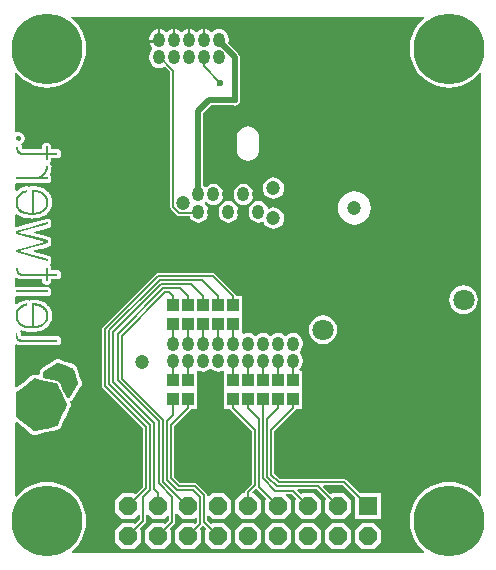
<source format=gbl>
%FSLAX25Y25*%
%MOIN*%
G70*
G01*
G75*
G04 Layer_Physical_Order=4*
G04 Layer_Color=16711680*
%ADD10R,0.03150X0.03150*%
%ADD11R,0.03937X0.03937*%
%ADD12R,0.03740X0.03937*%
%ADD13O,0.01575X0.05906*%
%ADD14R,0.07087X0.07480*%
%ADD15R,0.06299X0.07480*%
%ADD16R,0.07284X0.05315*%
%ADD17R,0.05315X0.07284*%
%ADD18R,0.03937X0.03740*%
%ADD19R,0.08661X0.12992*%
%ADD20R,0.08661X0.03740*%
%ADD21C,0.01969*%
%ADD22C,0.00787*%
%ADD23C,0.01181*%
%ADD24C,0.03937*%
%ADD25O,0.04724X0.07480*%
%ADD26O,0.04134X0.04921*%
%ADD27C,0.07087*%
%ADD28O,0.03937X0.04724*%
%ADD29P,0.06494X8X202.5*%
%ADD30R,0.06000X0.06000*%
%ADD31C,0.23622*%
%ADD32C,0.04724*%
%ADD33C,0.02362*%
%ADD34R,0.03937X0.03937*%
G36*
X-66773Y-2516D02*
X-77211D01*
Y-1814D01*
X-66773D01*
Y-2516D01*
D02*
G37*
G36*
X-66770Y3684D02*
X-66770Y3684D01*
X-66769Y3684D01*
X-63521D01*
Y2985D01*
X-66769D01*
X-66770Y2985D01*
X-66770Y2985D01*
Y1230D01*
X-67442D01*
Y2982D01*
X-67442Y2982D01*
X-67442Y2982D01*
X-75151D01*
X-75523Y3011D01*
D01*
X-75853Y3078D01*
X-76128Y3175D01*
D01*
X-76368Y3300D01*
X-76573Y3447D01*
D01*
X-76746Y3610D01*
Y3610D01*
X-76887Y3796D01*
D01*
X-77006Y3995D01*
D01*
X-77092Y4213D01*
D01*
X-77156Y4443D01*
Y4443D01*
X-77195Y4690D01*
D01*
X-77217Y4946D01*
D01*
X-77224Y5206D01*
X-77220Y5469D01*
D01*
X-77208Y5731D01*
X-76542D01*
Y5264D01*
X-76535Y5052D01*
D01*
Y5052D01*
X-76516Y4856D01*
D01*
Y4856D01*
X-76490Y4674D01*
X-76490Y4674D01*
Y4674D01*
X-76439Y4504D01*
X-76439Y4504D01*
Y4504D01*
X-76369Y4350D01*
X-76369Y4350D01*
D01*
X-76285Y4209D01*
X-76285Y4209D01*
X-76285Y4209D01*
X-76176Y4084D01*
X-76176Y4084D01*
Y4084D01*
X-76048Y3978D01*
X-76048Y3978D01*
X-76048Y3978D01*
X-75894Y3886D01*
X-75894D01*
X-75894Y3886D01*
X-75725Y3812D01*
X-75725D01*
X-75725Y3812D01*
X-75526Y3757D01*
D01*
X-75526Y3757D01*
X-75295Y3716D01*
X-75295D01*
X-75295D01*
X-75032Y3693D01*
X-75032D01*
D01*
X-74731Y3684D01*
X-74731D01*
D01*
X-67445D01*
X-67445Y3684D01*
X-67445Y3684D01*
Y5750D01*
X-66770D01*
Y3684D01*
D02*
G37*
G36*
X-66773Y20111D02*
X-69160Y19448D01*
X-69160D01*
X-71547Y18784D01*
X-71547D01*
X-73930Y18118D01*
X-76311Y17455D01*
X-76311Y17455D01*
X-76311Y17455D01*
X-76311Y17454D01*
X-76311Y17454D01*
Y17454D01*
X-76311Y17454D01*
Y17416D01*
X-76311Y17416D01*
X-76311Y17416D01*
X-76311Y17416D01*
X-76311Y17416D01*
X-76311Y17416D01*
X-76311Y17416D01*
X-71547Y16115D01*
X-71547D01*
D01*
X-69160Y15465D01*
X-66773Y14814D01*
Y13872D01*
X-69160Y13226D01*
X-71547Y12581D01*
D01*
X-71547D01*
X-76311Y11287D01*
X-76311Y11287D01*
X-76311Y11287D01*
X-76311Y11287D01*
X-76311Y11287D01*
X-76311Y11287D01*
X-76311Y11287D01*
Y11251D01*
X-76311Y11251D01*
X-76311Y11251D01*
X-76311Y11251D01*
X-76311Y11251D01*
X-76311Y11251D01*
X-76311Y11251D01*
X-73930Y10585D01*
X-73930D01*
D01*
X-71547Y9915D01*
X-69160Y9245D01*
X-69160D01*
D01*
X-66773Y8576D01*
Y7820D01*
X-69384Y8570D01*
X-77208Y10829D01*
Y11713D01*
X-74840Y12370D01*
X-70114Y13676D01*
D01*
X-70114D01*
X-67747Y14334D01*
X-67747Y14334D01*
X-67747Y14334D01*
X-67746Y14334D01*
X-67746Y14334D01*
Y14334D01*
X-67746Y14334D01*
Y14369D01*
X-67746Y14369D01*
Y14369D01*
X-67746Y14369D01*
X-67747Y14369D01*
X-67747Y14369D01*
X-67747Y14369D01*
X-70114Y15020D01*
X-72476Y15673D01*
D01*
X-77208Y16974D01*
Y17842D01*
X-74597Y18605D01*
X-71992Y19363D01*
X-69384Y20126D01*
X-66773Y20886D01*
Y20111D01*
D02*
G37*
G36*
X-71130Y-6169D02*
D01*
X-70627Y-6217D01*
D01*
X-70140Y-6303D01*
X-70140D01*
X-69669Y-6419D01*
X-69669Y-6419D01*
X-69221Y-6569D01*
X-69221D01*
X-68801Y-6748D01*
X-68801Y-6748D01*
X-68407Y-6960D01*
X-68407D01*
X-68041Y-7203D01*
Y-7203D01*
X-67715Y-7476D01*
Y-7476D01*
X-67417Y-7783D01*
D01*
X-67160Y-8117D01*
D01*
X-66936Y-8485D01*
X-66760Y-8882D01*
X-66632Y-9308D01*
D01*
X-66558Y-9763D01*
D01*
X-66529Y-10247D01*
X-66561Y-10772D01*
D01*
X-66641Y-11266D01*
D01*
X-66789Y-11721D01*
X-66988Y-12137D01*
X-67237Y-12522D01*
D01*
X-67519Y-12874D01*
X-67519D01*
X-67846Y-13191D01*
D01*
X-68205Y-13476D01*
X-68205D01*
X-68602Y-13729D01*
X-68602Y-13729D01*
X-69025Y-13947D01*
X-69025Y-13947D01*
X-69486Y-14130D01*
X-69486Y-14130D01*
X-69973Y-14281D01*
D01*
X-70480Y-14399D01*
X-70480D01*
X-71002Y-14482D01*
D01*
X-71527Y-14530D01*
D01*
X-72069Y-14550D01*
X-72633Y-14534D01*
D01*
X-73174Y-14482D01*
D01*
X-73693Y-14402D01*
X-73693D01*
X-74193Y-14290D01*
D01*
X-74667Y-14143D01*
D01*
X-75109Y-13963D01*
X-75109Y-13963D01*
X-75519Y-13752D01*
D01*
X-75897Y-13505D01*
D01*
X-76237Y-13227D01*
X-76541Y-12916D01*
D01*
X-76810Y-12570D01*
D01*
X-77038Y-12195D01*
X-77220Y-11785D01*
X-77349Y-11343D01*
D01*
X-77425Y-10869D01*
D01*
X-77454Y-10359D01*
X-77394Y-9542D01*
X-77211Y-8812D01*
D01*
X-76907Y-8164D01*
X-76477Y-7601D01*
D01*
X-75936Y-7126D01*
X-75292Y-6742D01*
D01*
X-74536Y-6447D01*
X-73674Y-6245D01*
Y-6944D01*
X-74369Y-7132D01*
X-74369Y-7132D01*
X-74369D01*
X-74975Y-7389D01*
X-74975Y-7389D01*
X-74975D01*
X-75510Y-7706D01*
X-75510Y-7706D01*
X-75510D01*
X-75959Y-8091D01*
X-75959Y-8091D01*
X-75959Y-8091D01*
X-76321Y-8546D01*
X-76321Y-8546D01*
X-76321Y-8546D01*
X-76574Y-9071D01*
Y-9071D01*
X-76574Y-9071D01*
X-76731Y-9673D01*
Y-9673D01*
X-76731Y-9673D01*
X-76782Y-10349D01*
Y-10350D01*
Y-10350D01*
X-76756Y-10769D01*
Y-10769D01*
Y-10769D01*
X-76689Y-11167D01*
X-76689Y-11167D01*
Y-11167D01*
X-76574Y-11535D01*
X-76574Y-11535D01*
Y-11535D01*
X-76420Y-11875D01*
X-76420Y-11875D01*
Y-11875D01*
X-76218Y-12189D01*
X-76218Y-12189D01*
Y-12189D01*
X-75987Y-12477D01*
D01*
X-75987Y-12477D01*
X-75721Y-12737D01*
X-75721D01*
X-75721Y-12737D01*
X-75420Y-12967D01*
X-75420D01*
Y-12967D01*
X-75097Y-13172D01*
X-75097D01*
X-75097Y-13172D01*
X-74741Y-13349D01*
X-74741D01*
X-74363Y-13502D01*
X-74363D01*
X-74363Y-13502D01*
X-73962Y-13624D01*
X-73962D01*
D01*
X-73539Y-13724D01*
D01*
X-73539Y-13724D01*
X-73110Y-13794D01*
X-73110D01*
D01*
X-72668Y-13836D01*
X-72668D01*
X-72668D01*
X-72216Y-13848D01*
X-72216D01*
D01*
X-72094D01*
X-72094Y-13848D01*
X-72094Y-13848D01*
X-72094Y-13848D01*
X-72094Y-13848D01*
X-72097D01*
Y-6169D01*
X-71998D01*
D01*
X-71998D01*
X-71947Y-6165D01*
D01*
X-71947D01*
X-71883Y-6159D01*
D01*
X-71819Y-6156D01*
D01*
X-71755Y-6152D01*
X-71697D01*
D01*
X-71697D01*
X-71649Y-6149D01*
X-71130Y-6169D01*
D02*
G37*
G36*
X-63296Y-26007D02*
X-62111Y-26421D01*
X-60922Y-26837D01*
X-59734Y-27254D01*
X-58551Y-27667D01*
X-58551D01*
X-58455Y-27718D01*
X-58359Y-27795D01*
D01*
X-58286Y-27888D01*
X-58231Y-27984D01*
D01*
X-57815Y-29169D01*
X-57401Y-30358D01*
X-56991Y-31544D01*
X-56575Y-32729D01*
X-56575Y-32729D01*
X-56549Y-32838D01*
X-56552Y-32960D01*
D01*
X-56581Y-33075D01*
X-56623Y-33178D01*
D01*
X-57292Y-34241D01*
X-58632Y-36369D01*
X-59298Y-37432D01*
X-59368Y-37516D01*
Y-37516D01*
X-59461Y-37589D01*
X-59574Y-37644D01*
D01*
X-59679Y-37672D01*
D01*
X-59868Y-37695D01*
X-60063Y-37714D01*
X-60445Y-37759D01*
X-61044Y-36519D01*
X-61640Y-35283D01*
X-62835Y-32803D01*
X-62835Y-32803D01*
Y-32803D01*
X-62982Y-32572D01*
X-62982Y-32572D01*
X-62982Y-32572D01*
X-63184Y-32370D01*
X-63184Y-32370D01*
X-63184Y-32370D01*
X-63424Y-32216D01*
X-63424Y-32216D01*
X-63424Y-32216D01*
X-63687Y-32123D01*
X-63687D01*
D01*
X-68451Y-31034D01*
X-68342Y-30073D01*
X-68294Y-29592D01*
D01*
X-68237Y-29112D01*
D01*
X-68208Y-29006D01*
X-68157Y-28901D01*
X-68083Y-28804D01*
D01*
X-67996Y-28734D01*
X-67996D01*
X-64808Y-26725D01*
X-63742Y-26059D01*
X-63642Y-26011D01*
X-63521Y-25988D01*
D01*
X-63405Y-25985D01*
X-63296Y-26007D01*
D02*
G37*
G36*
X-71063Y-31198D02*
X-71063D01*
X-69259Y-31608D01*
X-69259Y-31608D01*
X-67452Y-32021D01*
X-65654Y-32431D01*
X-63851Y-32845D01*
X-63851Y-32845D01*
X-63748Y-32883D01*
X-63687Y-32922D01*
X-63649Y-32947D01*
X-63649Y-32947D01*
X-63559Y-33030D01*
X-63559Y-33031D01*
X-63542Y-33059D01*
X-63502Y-33123D01*
X-62931Y-34302D01*
X-62361Y-35485D01*
X-61794Y-36667D01*
X-61227Y-37846D01*
Y-37846D01*
X-60990Y-38330D01*
X-60756Y-38817D01*
X-60291Y-39784D01*
X-60259Y-39890D01*
X-60243Y-40008D01*
X-60259Y-40130D01*
D01*
X-60291Y-40233D01*
X-61092Y-41899D01*
X-61896Y-43565D01*
X-62701Y-45231D01*
X-63502Y-46897D01*
X-63559Y-46990D01*
X-63649Y-47073D01*
D01*
X-63748Y-47137D01*
X-63851Y-47175D01*
X-65654Y-47589D01*
X-67452Y-48002D01*
X-71063Y-48822D01*
X-71063D01*
X-71172Y-48832D01*
X-71287Y-48816D01*
X-71406Y-48777D01*
X-71498Y-48723D01*
X-71498D01*
X-72943Y-47570D01*
X-74388Y-46419D01*
X-74388D01*
X-77281Y-44113D01*
Y-44113D01*
X-77358Y-44032D01*
D01*
X-77419Y-43930D01*
D01*
X-77461Y-43818D01*
X-77474Y-43709D01*
Y-36311D01*
X-77461Y-36202D01*
X-77419Y-36090D01*
D01*
X-77358Y-35988D01*
X-77281Y-35908D01*
Y-35908D01*
X-75833Y-34754D01*
X-74388Y-33604D01*
X-72943Y-32451D01*
X-71498Y-31297D01*
D01*
X-71406Y-31239D01*
X-71287Y-31204D01*
D01*
X-71172Y-31188D01*
X-71063Y-31198D01*
D02*
G37*
G36*
X-76853Y-16398D02*
Y-16633D01*
D01*
Y-16633D01*
X-76849Y-16853D01*
Y-16853D01*
Y-16853D01*
X-76833Y-17059D01*
Y-17059D01*
Y-17059D01*
X-76804Y-17248D01*
X-76804Y-17248D01*
D01*
X-76763Y-17424D01*
Y-17424D01*
X-76699Y-17584D01*
X-76699Y-17584D01*
Y-17584D01*
X-76618Y-17728D01*
X-76618Y-17728D01*
Y-17728D01*
X-76522Y-17860D01*
X-76522Y-17860D01*
X-76522Y-17860D01*
X-76404Y-17972D01*
X-76404D01*
X-76404Y-17972D01*
X-76266Y-18065D01*
X-76266D01*
X-76266Y-18065D01*
X-76112Y-18142D01*
X-76112D01*
X-76112Y-18142D01*
X-75930Y-18199D01*
X-75930D01*
X-75930Y-18199D01*
X-75721Y-18241D01*
X-75721D01*
D01*
X-75481Y-18267D01*
X-75481D01*
D01*
X-75209Y-18276D01*
X-75209D01*
D01*
X-63524D01*
Y-19003D01*
X-75590D01*
X-75929Y-18971D01*
X-75929D01*
X-76227Y-18904D01*
X-76227D01*
X-76477Y-18801D01*
D01*
X-76698Y-18670D01*
X-76881Y-18519D01*
Y-18519D01*
X-77044Y-18350D01*
D01*
X-77172Y-18161D01*
D01*
X-77278Y-17952D01*
X-77358Y-17725D01*
X-77358Y-17725D01*
X-77416Y-17485D01*
Y-17485D01*
X-77451Y-17232D01*
D01*
X-77464Y-16966D01*
X-77474Y-16696D01*
X-77470Y-16424D01*
D01*
X-77461Y-16146D01*
X-76849D01*
X-76853Y-16398D01*
D02*
G37*
G36*
X-71130Y31664D02*
D01*
X-70627Y31613D01*
D01*
X-70140Y31529D01*
X-70140D01*
X-69669Y31414D01*
X-69669Y31414D01*
X-69221Y31263D01*
X-69221D01*
X-68801Y31084D01*
X-68801Y31084D01*
X-68407Y30873D01*
X-68407D01*
X-68041Y30629D01*
D01*
X-67715Y30354D01*
X-67417Y30049D01*
D01*
X-67160Y29713D01*
D01*
X-66936Y29344D01*
D01*
X-66763Y28947D01*
D01*
X-66632Y28520D01*
Y28520D01*
X-66558Y28066D01*
D01*
X-66529Y27582D01*
X-66561Y27056D01*
D01*
X-66648Y26567D01*
Y26567D01*
X-66789Y26111D01*
X-66991Y25692D01*
X-67237Y25307D01*
D01*
X-67519Y24955D01*
X-67519D01*
X-67846Y24638D01*
Y24638D01*
X-68205Y24353D01*
X-68205D01*
X-68602Y24103D01*
D01*
X-69025Y23885D01*
D01*
X-69486Y23702D01*
X-69486Y23702D01*
X-69973Y23551D01*
D01*
X-70483Y23433D01*
X-70483D01*
X-71002Y23350D01*
D01*
X-71527Y23299D01*
D01*
X-72072Y23283D01*
X-72633Y23299D01*
D01*
X-73174Y23347D01*
D01*
X-73696Y23430D01*
X-73696D01*
X-74193Y23542D01*
X-74193D01*
X-74667Y23690D01*
D01*
X-75109Y23866D01*
X-75109Y23866D01*
X-75519Y24081D01*
X-75519D01*
X-75897Y24327D01*
X-75897D01*
X-76237Y24606D01*
X-76541Y24917D01*
Y24917D01*
X-76810Y25259D01*
Y25259D01*
X-77038Y25637D01*
X-77220Y26044D01*
D01*
X-77349Y26486D01*
D01*
X-77425Y26963D01*
D01*
X-77454Y27473D01*
X-77394Y28290D01*
D01*
X-77211Y29021D01*
X-76907Y29667D01*
X-76477Y30231D01*
X-75936Y30706D01*
X-75292Y31090D01*
X-75292D01*
X-74536Y31385D01*
X-74536Y31385D01*
X-73674Y31587D01*
Y30885D01*
X-74369Y30696D01*
X-74369Y30696D01*
X-74369D01*
X-74975Y30443D01*
X-74975Y30443D01*
X-74975D01*
X-75510Y30123D01*
X-75510Y30123D01*
X-75510Y30123D01*
X-75959Y29739D01*
X-75959Y29739D01*
X-75959D01*
X-76321Y29287D01*
X-76321Y29287D01*
X-76321Y29287D01*
X-76574Y28758D01*
Y28758D01*
X-76574Y28758D01*
X-76731Y28155D01*
Y28155D01*
X-76731Y28155D01*
X-76782Y27480D01*
Y27479D01*
Y27479D01*
X-76756Y27060D01*
Y27060D01*
Y27060D01*
X-76689Y26663D01*
X-76689Y26663D01*
Y26663D01*
X-76574Y26294D01*
X-76574Y26294D01*
Y26294D01*
X-76420Y25954D01*
X-76420Y25954D01*
Y25954D01*
X-76218Y25637D01*
X-76218Y25637D01*
Y25637D01*
X-75987Y25352D01*
D01*
X-75987Y25352D01*
X-75721Y25092D01*
X-75721D01*
X-75721Y25092D01*
X-75420Y24861D01*
X-75420D01*
Y24861D01*
X-75097Y24656D01*
X-75097D01*
X-75097Y24656D01*
X-74741Y24480D01*
X-74741D01*
X-74363Y24330D01*
X-74363D01*
D01*
X-73962Y24205D01*
X-73962D01*
D01*
X-73539Y24108D01*
D01*
X-73539Y24108D01*
X-73110Y24038D01*
X-73110D01*
D01*
X-72668Y23997D01*
X-72668D01*
D01*
X-72216Y23984D01*
X-72216D01*
D01*
X-72094D01*
X-72094Y23984D01*
X-72094Y23984D01*
X-72094Y23984D01*
X-72094Y23984D01*
X-72097D01*
Y31660D01*
X-72053D01*
D01*
X-72053D01*
X-71998Y31664D01*
X-71947Y31666D01*
X-71883Y31670D01*
D01*
X-71883D01*
X-71819Y31676D01*
X-71755D01*
D01*
X-71755D01*
X-71697Y31679D01*
X-71649D01*
X-71130Y31664D01*
D02*
G37*
G36*
X-66770Y44025D02*
X-66770Y44025D01*
X-66769Y44025D01*
X-63521D01*
Y43323D01*
X-66769D01*
X-66770Y43323D01*
X-66770Y43323D01*
Y41568D01*
X-67442D01*
Y43323D01*
X-67442Y43323D01*
X-67442Y43323D01*
X-74728D01*
D01*
X-74728D01*
X-75151Y43319D01*
X-75523Y43353D01*
D01*
X-75853Y43416D01*
X-76128Y43516D01*
D01*
X-76368Y43640D01*
X-76573Y43785D01*
D01*
X-76746Y43951D01*
Y43951D01*
X-76887Y44134D01*
D01*
X-77006Y44336D01*
D01*
X-77092Y44550D01*
X-77092Y44550D01*
X-77156Y44781D01*
Y44781D01*
X-77195Y45028D01*
D01*
X-77217Y45284D01*
D01*
X-77224Y45543D01*
X-77220Y45806D01*
D01*
X-77208Y46072D01*
X-76542D01*
Y45605D01*
X-76535Y45393D01*
D01*
Y45393D01*
X-76516Y45194D01*
X-76490Y45011D01*
X-76490Y45011D01*
Y45011D01*
X-76439Y44845D01*
X-76439Y44845D01*
Y44845D01*
X-76369Y44690D01*
X-76369Y44690D01*
D01*
X-76285Y44550D01*
X-76285Y44550D01*
X-76285Y44550D01*
X-76176Y44425D01*
X-76176Y44425D01*
Y44425D01*
X-76048Y44316D01*
X-76048Y44316D01*
X-76048Y44316D01*
X-75894Y44226D01*
X-75894D01*
X-75894Y44226D01*
X-75725Y44152D01*
X-75725D01*
X-75725Y44152D01*
X-75526Y44095D01*
X-75526D01*
X-75526Y44095D01*
X-75295Y44057D01*
X-75295D01*
D01*
X-75032Y44031D01*
X-75032D01*
X-75032D01*
X-74731Y44025D01*
X-67445D01*
X-67445Y44025D01*
X-67445Y44025D01*
Y46091D01*
X-66770D01*
Y44025D01*
D02*
G37*
G36*
X-66715Y39219D02*
X-66738Y38905D01*
D01*
X-66792Y38597D01*
Y38597D01*
X-66866Y38293D01*
D01*
X-66962Y38001D01*
D01*
X-67074Y37722D01*
X-67212Y37456D01*
Y37456D01*
X-67359Y37203D01*
D01*
X-67529Y36969D01*
X-67529D01*
X-67718Y36752D01*
X-67920Y36556D01*
D01*
X-68134Y36378D01*
D01*
X-68362Y36216D01*
D01*
X-68596Y36085D01*
X-68839Y35983D01*
X-68839D01*
X-69089Y35902D01*
X-69089Y35902D01*
X-69089Y35902D01*
X-69089Y35902D01*
X-69089Y35902D01*
Y35902D01*
X-69089Y35902D01*
Y35848D01*
X-69089Y35848D01*
X-69089Y35848D01*
X-69089Y35848D01*
X-69089Y35848D01*
Y35851D01*
X-66770D01*
Y35150D01*
X-77208D01*
Y35851D01*
X-71505D01*
D01*
X-71505D01*
X-71216Y35865D01*
D01*
X-71216D01*
X-70957Y35884D01*
X-70714Y35909D01*
D01*
X-70713D01*
X-70489Y35944D01*
D01*
X-70489D01*
X-70281Y35983D01*
X-70281Y35983D01*
X-70082Y36031D01*
D01*
X-70082D01*
X-69893Y36085D01*
D01*
X-69893D01*
X-69714Y36146D01*
X-69714Y36146D01*
X-69550Y36213D01*
X-69550D01*
X-69387Y36290D01*
X-69387Y36290D01*
D01*
X-69230Y36377D01*
X-69230D01*
X-69089Y36466D01*
X-69089Y36466D01*
D01*
X-68945Y36569D01*
X-68945D01*
X-68801Y36678D01*
X-68801D01*
X-68647Y36796D01*
Y36796D01*
X-68647D01*
X-68499Y36922D01*
Y36922D01*
X-68499D01*
X-68186Y37248D01*
X-68186Y37248D01*
X-67929Y37581D01*
X-67929Y37581D01*
X-67929Y37581D01*
X-67734Y37924D01*
Y37924D01*
X-67734Y37924D01*
X-67605Y38276D01*
Y38276D01*
D01*
X-67519Y38623D01*
D01*
X-67519Y38623D01*
X-67474Y38946D01*
Y38946D01*
Y38946D01*
X-67458Y39253D01*
Y39253D01*
Y39253D01*
X-67484Y39539D01*
X-66715D01*
Y39219D01*
D02*
G37*
G36*
X58792Y88876D02*
X57714Y87955D01*
X56386Y86400D01*
X55317Y84657D01*
X54535Y82767D01*
X54057Y80779D01*
X53897Y78740D01*
X54057Y76701D01*
X54535Y74713D01*
X55317Y72824D01*
X56386Y71080D01*
X57714Y69525D01*
X59269Y68197D01*
X61013Y67128D01*
X62902Y66346D01*
X64890Y65868D01*
X66929Y65708D01*
X68968Y65868D01*
X70956Y66346D01*
X72846Y67128D01*
X74589Y68197D01*
X76144Y69525D01*
X77065Y70603D01*
X77534Y70430D01*
Y-70430D01*
X77065Y-70603D01*
X76144Y-69525D01*
X74589Y-68197D01*
X72846Y-67128D01*
X70956Y-66346D01*
X68968Y-65868D01*
X66929Y-65708D01*
X64890Y-65868D01*
X62902Y-66346D01*
X61013Y-67128D01*
X59269Y-68197D01*
X57714Y-69525D01*
X56386Y-71080D01*
X55317Y-72824D01*
X54535Y-74713D01*
X54057Y-76701D01*
X53897Y-78740D01*
X54057Y-80779D01*
X54535Y-82767D01*
X55317Y-84657D01*
X56386Y-86400D01*
X57714Y-87955D01*
X58792Y-88876D01*
X58619Y-89345D01*
X-58619D01*
X-58792Y-88876D01*
X-57714Y-87955D01*
X-56386Y-86400D01*
X-55317Y-84657D01*
X-54535Y-82767D01*
X-54057Y-80779D01*
X-53897Y-78740D01*
X-54057Y-76701D01*
X-54535Y-74713D01*
X-55317Y-72824D01*
X-56386Y-71080D01*
X-57714Y-69525D01*
X-59269Y-68197D01*
X-61013Y-67128D01*
X-62902Y-66346D01*
X-64890Y-65868D01*
X-66929Y-65708D01*
X-68968Y-65868D01*
X-70956Y-66346D01*
X-72846Y-67128D01*
X-74589Y-68197D01*
X-76144Y-69525D01*
X-77065Y-70603D01*
X-77534Y-70430D01*
Y-46028D01*
X-77083Y-45811D01*
X-75139Y-47361D01*
X-75139Y-47361D01*
X-75138Y-47361D01*
X-73693Y-48512D01*
X-73693Y-48512D01*
X-72250Y-49664D01*
X-72172Y-49704D01*
X-72107Y-49762D01*
X-72015Y-49816D01*
X-71959Y-49835D01*
X-71959Y-49836D01*
X-71959Y-49836D01*
X-71891Y-49859D01*
X-71777Y-49923D01*
X-71658Y-49962D01*
X-71553Y-49974D01*
X-71452Y-50009D01*
X-71337Y-50025D01*
X-71201Y-50017D01*
X-71066Y-50031D01*
X-70957Y-50022D01*
X-70878Y-49999D01*
X-70796Y-49997D01*
X-67185Y-49176D01*
X-67184Y-49176D01*
X-67182Y-49176D01*
X-65386Y-48763D01*
X-65386D01*
X-63582Y-48349D01*
X-63508Y-48316D01*
X-63427Y-48303D01*
X-63325Y-48264D01*
X-63216Y-48197D01*
X-63096Y-48149D01*
X-62997Y-48085D01*
X-62920Y-48011D01*
X-62829Y-47955D01*
X-62739Y-47872D01*
X-62646Y-47742D01*
X-62536Y-47625D01*
X-62479Y-47532D01*
X-62455Y-47471D01*
X-62416Y-47418D01*
X-61615Y-45753D01*
X-60812Y-44088D01*
X-60812Y-44088D01*
X-60008Y-42422D01*
X-60008Y-42421D01*
X-60007Y-42421D01*
X-59206Y-40754D01*
X-59184Y-40669D01*
X-59142Y-40592D01*
X-59110Y-40489D01*
X-59099Y-40386D01*
X-59065Y-40287D01*
X-59049Y-40165D01*
X-59060Y-40006D01*
X-59050Y-39847D01*
X-59066Y-39729D01*
X-59097Y-39637D01*
X-59107Y-39541D01*
X-59139Y-39435D01*
X-59183Y-39353D01*
X-59206Y-39263D01*
X-59389Y-38880D01*
X-59363Y-38834D01*
X-59257Y-38806D01*
X-59188Y-38771D01*
X-59113Y-38756D01*
X-59082Y-38736D01*
X-59047Y-38727D01*
X-58935Y-38672D01*
X-58830Y-38593D01*
X-58713Y-38533D01*
X-58620Y-38459D01*
X-58575Y-38406D01*
X-58517Y-38367D01*
X-58489Y-38325D01*
X-58450Y-38294D01*
X-58379Y-38211D01*
X-58337Y-38135D01*
X-58277Y-38072D01*
X-57613Y-37010D01*
D01*
X-56273Y-34883D01*
D01*
X-55604Y-33819D01*
X-55567Y-33724D01*
X-55510Y-33638D01*
X-55509Y-33634D01*
X-55507Y-33631D01*
X-55465Y-33528D01*
X-55449Y-33444D01*
X-55413Y-33367D01*
X-55384Y-33252D01*
X-55378Y-33120D01*
X-55348Y-32991D01*
X-55345Y-32870D01*
X-55371Y-32717D01*
X-55377Y-32563D01*
X-55402Y-32454D01*
X-55429Y-32394D01*
X-55439Y-32330D01*
X-55854Y-31146D01*
X-56263Y-29965D01*
X-56264Y-29964D01*
X-56264Y-29963D01*
X-56677Y-28774D01*
X-56678Y-28772D01*
X-56678Y-28770D01*
X-57095Y-27585D01*
X-57112Y-27556D01*
X-57119Y-27523D01*
X-57160Y-27461D01*
X-57184Y-27390D01*
X-57238Y-27294D01*
X-57299Y-27223D01*
X-57342Y-27140D01*
X-57416Y-27047D01*
X-57469Y-27002D01*
X-57508Y-26944D01*
X-57564Y-26906D01*
X-57607Y-26855D01*
X-57703Y-26778D01*
X-57802Y-26726D01*
X-57888Y-26656D01*
X-57985Y-26605D01*
X-58041Y-26587D01*
X-58091Y-26555D01*
X-58124Y-26548D01*
X-58154Y-26530D01*
X-59336Y-26117D01*
X-59336D01*
X-60524Y-25701D01*
X-60524D01*
X-60524Y-25701D01*
X-61713Y-25284D01*
X-61714Y-25284D01*
X-61715Y-25284D01*
X-62900Y-24870D01*
X-62979Y-24859D01*
X-63053Y-24828D01*
X-63162Y-24805D01*
X-63302Y-24805D01*
X-63439Y-24781D01*
X-63555Y-24784D01*
X-63646Y-24805D01*
X-63739Y-24804D01*
X-63861Y-24826D01*
X-64011Y-24886D01*
X-64167Y-24927D01*
X-64266Y-24975D01*
X-64318Y-25014D01*
X-64380Y-25037D01*
X-65447Y-25704D01*
X-65448Y-25705D01*
X-65451Y-25706D01*
X-68638Y-27715D01*
X-68692Y-27766D01*
X-68757Y-27800D01*
X-68843Y-27870D01*
X-68883Y-27918D01*
X-68935Y-27953D01*
X-68979Y-28019D01*
X-69039Y-28072D01*
X-69113Y-28168D01*
X-69166Y-28278D01*
X-69240Y-28375D01*
X-69291Y-28481D01*
X-69320Y-28589D01*
X-69320Y-28590D01*
D01*
X-69370Y-28689D01*
X-69398Y-28795D01*
X-69405Y-28884D01*
X-69432Y-28969D01*
X-69490Y-29449D01*
X-69489Y-29461D01*
X-69493Y-29473D01*
X-69538Y-29925D01*
X-69944Y-30217D01*
X-70796Y-30024D01*
X-70878Y-30021D01*
X-70957Y-29998D01*
X-71066Y-29989D01*
X-71201Y-30003D01*
X-71337Y-29995D01*
X-71453Y-30011D01*
X-71539Y-30041D01*
X-71630Y-30050D01*
X-71749Y-30085D01*
X-71890Y-30160D01*
X-71952Y-30183D01*
X-71959Y-30185D01*
X-71963Y-30187D01*
X-72041Y-30216D01*
X-72133Y-30274D01*
X-72186Y-30323D01*
X-72250Y-30356D01*
X-73695Y-31509D01*
X-73695Y-31509D01*
X-73695Y-31509D01*
X-75138Y-32662D01*
D01*
X-76583Y-33812D01*
X-76583Y-33812D01*
X-76584Y-33812D01*
X-77083Y-34210D01*
X-77534Y-33993D01*
Y-20080D01*
X-77099Y-19832D01*
X-77092Y-19837D01*
X-77010Y-19866D01*
X-76938Y-19914D01*
X-76936Y-19914D01*
X-76934Y-19915D01*
X-76685Y-20018D01*
X-76585Y-20037D01*
X-76493Y-20078D01*
X-76195Y-20146D01*
X-76117Y-20148D01*
X-76043Y-20170D01*
X-75703Y-20202D01*
X-75646Y-20196D01*
X-75590Y-20207D01*
X-63524D01*
X-63063Y-20116D01*
X-62673Y-19855D01*
X-62411Y-19464D01*
X-62320Y-19003D01*
Y-18276D01*
X-62411Y-17815D01*
X-62673Y-17425D01*
X-63063Y-17164D01*
X-63524Y-17072D01*
X-75187D01*
X-75396Y-17065D01*
X-75539Y-17049D01*
X-75617Y-17034D01*
X-75621Y-17018D01*
X-75636Y-16921D01*
X-75646Y-16798D01*
X-75648Y-16623D01*
Y-16406D01*
X-75645Y-16161D01*
X-75647Y-16153D01*
X-75645Y-16146D01*
X-75689Y-15923D01*
X-75731Y-15699D01*
X-75735Y-15692D01*
X-75737Y-15685D01*
X-75863Y-15496D01*
X-75883Y-15465D01*
X-75743Y-15192D01*
X-75603Y-15101D01*
X-75562Y-15079D01*
Y-15079D01*
X-75120Y-15259D01*
X-75069Y-15268D01*
X-75025Y-15293D01*
X-74550Y-15440D01*
X-74502Y-15445D01*
X-74457Y-15465D01*
X-73957Y-15577D01*
X-73916Y-15578D01*
X-73877Y-15592D01*
X-73358Y-15673D01*
X-73322Y-15671D01*
X-73288Y-15681D01*
X-72746Y-15732D01*
X-72706Y-15728D01*
X-72667Y-15737D01*
X-72103Y-15753D01*
X-72065Y-15747D01*
X-72026Y-15753D01*
X-71485Y-15734D01*
X-71451Y-15726D01*
X-71418Y-15730D01*
X-70892Y-15682D01*
X-70853Y-15670D01*
X-70812Y-15672D01*
X-70290Y-15588D01*
X-70249Y-15573D01*
X-70205Y-15572D01*
X-69699Y-15453D01*
X-69660Y-15436D01*
X-69618Y-15431D01*
X-69131Y-15281D01*
X-69089Y-15258D01*
X-69043Y-15250D01*
X-68582Y-15067D01*
X-68574Y-15062D01*
X-68564Y-15060D01*
X-68522Y-15032D01*
X-68474Y-15018D01*
X-68051Y-14800D01*
X-68007Y-14765D01*
X-67955Y-14745D01*
X-67558Y-14492D01*
X-67512Y-14448D01*
X-67456Y-14419D01*
X-67097Y-14134D01*
X-67058Y-14088D01*
X-67007Y-14055D01*
X-66681Y-13738D01*
X-66675Y-13731D01*
X-66668Y-13726D01*
X-66630Y-13670D01*
X-66579Y-13626D01*
X-66297Y-13274D01*
X-66269Y-13221D01*
X-66228Y-13178D01*
X-65978Y-12794D01*
X-65948Y-12719D01*
X-65900Y-12655D01*
X-65702Y-12239D01*
X-65682Y-12162D01*
X-65643Y-12092D01*
X-65496Y-11637D01*
X-65485Y-11545D01*
X-65453Y-11459D01*
X-65373Y-10966D01*
X-65375Y-10905D01*
X-65359Y-10846D01*
X-65327Y-10320D01*
X-65337Y-10248D01*
X-65327Y-10175D01*
X-65356Y-9691D01*
X-65372Y-9632D01*
X-65369Y-9571D01*
X-65443Y-9116D01*
X-65471Y-9041D01*
X-65479Y-8961D01*
X-65607Y-8535D01*
X-65642Y-8468D01*
X-65659Y-8394D01*
X-65835Y-7997D01*
X-65881Y-7932D01*
X-65908Y-7859D01*
X-66132Y-7490D01*
X-66177Y-7441D01*
X-66206Y-7382D01*
X-66462Y-7049D01*
X-66514Y-7003D01*
X-66552Y-6945D01*
X-66850Y-6638D01*
X-66858Y-6632D01*
X-66863Y-6624D01*
X-66909Y-6594D01*
X-66944Y-6550D01*
X-67271Y-6278D01*
X-67328Y-6247D01*
X-67374Y-6201D01*
X-67739Y-5958D01*
X-67792Y-5936D01*
X-67838Y-5899D01*
X-68231Y-5687D01*
X-68283Y-5672D01*
X-68327Y-5641D01*
X-68747Y-5462D01*
X-68754Y-5460D01*
X-68760Y-5457D01*
X-68801Y-5448D01*
X-68837Y-5427D01*
X-69286Y-5277D01*
X-69336Y-5270D01*
X-69383Y-5249D01*
X-69853Y-5133D01*
X-69893Y-5132D01*
X-69929Y-5117D01*
X-70416Y-5031D01*
X-70465Y-5032D01*
X-70512Y-5018D01*
X-71015Y-4970D01*
X-71051Y-4973D01*
X-71085Y-4965D01*
X-71604Y-4946D01*
X-71662Y-4955D01*
X-71697Y-4948D01*
X-71724D01*
X-71728Y-4948D01*
X-71737Y-4948D01*
X-71755D01*
X-71764Y-4950D01*
X-71777Y-4951D01*
X-71787Y-4954D01*
X-71815Y-4950D01*
X-71879Y-4953D01*
X-71880Y-4953D01*
X-71881Y-4953D01*
X-71945Y-4956D01*
X-71973Y-4964D01*
X-72002Y-4961D01*
X-72039Y-4964D01*
X-72097D01*
X-72558Y-5056D01*
X-72943Y-5313D01*
X-73039Y-5222D01*
X-73132Y-5188D01*
X-73213Y-5133D01*
X-73349Y-5106D01*
X-73479Y-5057D01*
X-73578Y-5060D01*
X-73674Y-5041D01*
X-73810Y-5068D01*
X-73949Y-5073D01*
X-74810Y-5275D01*
X-74889Y-5310D01*
X-74973Y-5325D01*
X-75729Y-5620D01*
X-75740Y-5627D01*
X-75753Y-5630D01*
X-75826Y-5678D01*
X-75909Y-5708D01*
X-76553Y-6092D01*
X-76634Y-6166D01*
X-76729Y-6221D01*
X-77078Y-6526D01*
X-77534Y-6320D01*
Y-3985D01*
X-77211Y-3720D01*
X-66773D01*
X-66312Y-3628D01*
X-65921Y-3367D01*
X-65660Y-2976D01*
X-65569Y-2516D01*
Y-1814D01*
X-65660Y-1354D01*
X-65921Y-963D01*
X-66312Y-702D01*
X-66773Y-610D01*
X-77211D01*
X-77534Y-345D01*
Y2106D01*
X-77089Y2335D01*
X-77070Y2321D01*
X-76991Y2285D01*
X-76924Y2231D01*
X-76684Y2106D01*
X-76633Y2091D01*
X-76589Y2062D01*
X-76555Y2055D01*
X-76525Y2038D01*
X-76249Y1941D01*
X-76168Y1930D01*
X-76093Y1898D01*
X-75763Y1831D01*
X-75688Y1831D01*
X-75616Y1811D01*
X-75244Y1782D01*
X-75197Y1787D01*
X-75151Y1778D01*
X-68646D01*
Y1230D01*
X-68555Y769D01*
X-68294Y378D01*
X-67903Y117D01*
X-67442Y26D01*
X-66770D01*
X-66309Y117D01*
X-65918Y378D01*
X-65657Y769D01*
X-65565Y1230D01*
Y1781D01*
X-63521D01*
X-63060Y1873D01*
X-62669Y2134D01*
X-62408Y2525D01*
X-62317Y2985D01*
Y3684D01*
X-62408Y4144D01*
X-62669Y4535D01*
X-63060Y4796D01*
X-63521Y4888D01*
X-65565D01*
Y5750D01*
X-65657Y6211D01*
X-65918Y6601D01*
X-66051Y6690D01*
X-66061Y6875D01*
X-65921Y6969D01*
X-65883Y7026D01*
X-65831Y7070D01*
X-65754Y7220D01*
X-65660Y7360D01*
X-65647Y7427D01*
X-65615Y7488D01*
X-65601Y7655D01*
X-65569Y7820D01*
Y8576D01*
X-65583Y8647D01*
X-65577Y8719D01*
X-65628Y8875D01*
X-65660Y9037D01*
X-65701Y9097D01*
X-65723Y9166D01*
X-65830Y9291D01*
X-65921Y9427D01*
X-65982Y9468D01*
X-66029Y9522D01*
X-66175Y9597D01*
X-66312Y9688D01*
X-66383Y9702D01*
X-66448Y9735D01*
X-68834Y10405D01*
X-71221Y11075D01*
D01*
X-71233Y11078D01*
X-71232Y11419D01*
X-68846Y12063D01*
X-68845Y12063D01*
X-68845Y12063D01*
X-66458Y12710D01*
X-66388Y12744D01*
X-66312Y12760D01*
X-66180Y12848D01*
X-66037Y12919D01*
X-65986Y12978D01*
X-65921Y13021D01*
X-65833Y13153D01*
X-65728Y13273D01*
X-65703Y13347D01*
X-65660Y13411D01*
X-65629Y13567D01*
X-65579Y13718D01*
X-65584Y13796D01*
X-65569Y13872D01*
Y14814D01*
X-65584Y14890D01*
X-65578Y14967D01*
X-65629Y15118D01*
X-65660Y15275D01*
X-65703Y15339D01*
X-65727Y15412D01*
X-65832Y15533D01*
X-65921Y15666D01*
X-65985Y15709D01*
X-66036Y15767D01*
X-66179Y15838D01*
X-66312Y15927D01*
X-66387Y15942D01*
X-66456Y15976D01*
X-68843Y16626D01*
X-68843D01*
X-71230Y17277D01*
Y17622D01*
X-71223Y17624D01*
X-71223Y17624D01*
X-68837Y18287D01*
X-68837D01*
X-66451Y18950D01*
X-66385Y18984D01*
X-66312Y18998D01*
X-66176Y19089D01*
X-66031Y19162D01*
X-65983Y19218D01*
X-65921Y19259D01*
X-65831Y19395D01*
X-65724Y19518D01*
X-65701Y19589D01*
X-65660Y19650D01*
X-65628Y19810D01*
X-65578Y19965D01*
X-65583Y20038D01*
X-65569Y20111D01*
Y20886D01*
X-65602Y21053D01*
X-65617Y21222D01*
X-65647Y21281D01*
X-65660Y21347D01*
X-65755Y21488D01*
X-65833Y21639D01*
X-65884Y21682D01*
X-65921Y21737D01*
X-66063Y21832D01*
X-66193Y21941D01*
X-66257Y21961D01*
X-66312Y21998D01*
X-66479Y22031D01*
X-66641Y22083D01*
X-66707Y22077D01*
X-66773Y22090D01*
X-66940Y22057D01*
X-67109Y22042D01*
X-69720Y21283D01*
X-69721Y21282D01*
X-69722Y21282D01*
X-72329Y20520D01*
X-72329D01*
X-74933Y19761D01*
X-74934Y19760D01*
X-74934Y19760D01*
X-77134Y19118D01*
X-77534Y19418D01*
Y23337D01*
X-77115Y23747D01*
D01*
X-77001Y23674D01*
D01*
X-76661Y23396D01*
X-76602Y23364D01*
X-76555Y23318D01*
X-76177Y23072D01*
X-76123Y23050D01*
X-76078Y23014D01*
X-75668Y22799D01*
X-75616Y22783D01*
X-75570Y22753D01*
X-75562Y22751D01*
X-75555Y22747D01*
X-75112Y22571D01*
X-75066Y22562D01*
X-75025Y22540D01*
X-74551Y22392D01*
X-74503Y22387D01*
X-74458Y22367D01*
X-73962Y22255D01*
X-73923Y22254D01*
X-73886Y22241D01*
X-73364Y22157D01*
X-73321Y22159D01*
X-73280Y22147D01*
X-72739Y22099D01*
X-72702Y22103D01*
X-72667Y22095D01*
X-72106Y22079D01*
X-72071Y22085D01*
X-72037Y22079D01*
X-71492Y22095D01*
X-71451Y22104D01*
X-71410Y22100D01*
X-70885Y22151D01*
X-70849Y22162D01*
X-70811Y22161D01*
X-70292Y22244D01*
X-70253Y22259D01*
X-70211Y22260D01*
X-69701Y22378D01*
X-69661Y22396D01*
X-69618Y22401D01*
X-69131Y22551D01*
X-69089Y22574D01*
X-69042Y22583D01*
X-68581Y22766D01*
X-68573Y22771D01*
X-68564Y22772D01*
X-68522Y22801D01*
X-68474Y22815D01*
X-68051Y23032D01*
X-68010Y23065D01*
X-67961Y23083D01*
X-67564Y23333D01*
X-67515Y23379D01*
X-67456Y23410D01*
X-67097Y23695D01*
X-67058Y23741D01*
X-67007Y23774D01*
X-66681Y24091D01*
X-66675Y24098D01*
X-66668Y24104D01*
X-66631Y24159D01*
X-66580Y24202D01*
X-66298Y24554D01*
X-66268Y24611D01*
X-66224Y24657D01*
X-65977Y25042D01*
X-65950Y25111D01*
X-65905Y25170D01*
X-65704Y25589D01*
X-65681Y25676D01*
X-65639Y25755D01*
X-65498Y26210D01*
X-65490Y26286D01*
X-65462Y26357D01*
X-65376Y26847D01*
X-65377Y26916D01*
X-65359Y26983D01*
X-65327Y27509D01*
X-65337Y27582D01*
X-65327Y27654D01*
X-65356Y28138D01*
X-65372Y28197D01*
X-65369Y28259D01*
X-65443Y28713D01*
X-65472Y28791D01*
X-65481Y28874D01*
X-65612Y29301D01*
X-65640Y29352D01*
X-65651Y29408D01*
X-65657Y29417D01*
X-65659Y29428D01*
X-65832Y29825D01*
X-65879Y29892D01*
X-65907Y29969D01*
X-66132Y30338D01*
X-66175Y30386D01*
X-66203Y30443D01*
X-66459Y30779D01*
X-66515Y30828D01*
X-66556Y30891D01*
X-66854Y31196D01*
X-66902Y31229D01*
X-66939Y31275D01*
X-67266Y31550D01*
X-67325Y31582D01*
X-67373Y31630D01*
X-67738Y31874D01*
X-67792Y31897D01*
X-67838Y31934D01*
X-68231Y32145D01*
X-68284Y32161D01*
X-68328Y32192D01*
X-68748Y32371D01*
X-68754Y32372D01*
X-68760Y32376D01*
X-68801Y32384D01*
X-68837Y32405D01*
X-69286Y32555D01*
X-69337Y32562D01*
X-69383Y32583D01*
X-69854Y32699D01*
X-69896Y32700D01*
X-69936Y32715D01*
X-70423Y32799D01*
X-70465Y32798D01*
X-70505Y32811D01*
X-71008Y32862D01*
X-71052Y32858D01*
X-71094Y32868D01*
X-71613Y32883D01*
X-71631Y32880D01*
X-71649Y32884D01*
X-71697D01*
X-71728Y32877D01*
X-71759Y32882D01*
X-71785Y32881D01*
X-71819D01*
X-71867Y32871D01*
X-71883Y32874D01*
X-71883D01*
X-71900Y32871D01*
X-71940Y32875D01*
X-71977Y32871D01*
X-72008Y32869D01*
X-72054Y32867D01*
X-72063Y32865D01*
X-72069D01*
X-72076Y32866D01*
X-72092Y32865D01*
X-72097D01*
X-72100Y32864D01*
X-72131Y32862D01*
X-72191Y32846D01*
X-72546Y32776D01*
X-72558Y32773D01*
X-72940Y32518D01*
X-73039Y32610D01*
X-73132Y32645D01*
X-73213Y32700D01*
X-73349Y32727D01*
X-73479Y32776D01*
X-73578Y32772D01*
X-73674Y32791D01*
X-73810Y32764D01*
X-73949Y32760D01*
X-74810Y32558D01*
X-74889Y32522D01*
X-74974Y32507D01*
X-75730Y32212D01*
X-75740Y32205D01*
X-75753Y32203D01*
X-75826Y32154D01*
X-75908Y32124D01*
X-76552Y31741D01*
X-76634Y31667D01*
X-76730Y31611D01*
X-77078Y31306D01*
X-77534Y31512D01*
Y33678D01*
X-77208Y33946D01*
X-66770D01*
X-66309Y34038D01*
X-65918Y34299D01*
X-65657Y34690D01*
X-65565Y35150D01*
Y35851D01*
X-65657Y36312D01*
X-65918Y36702D01*
X-66165Y36868D01*
X-66161Y36879D01*
X-66143Y36902D01*
X-66005Y37168D01*
X-65989Y37224D01*
X-65956Y37274D01*
X-65844Y37553D01*
X-65837Y37591D01*
X-65818Y37624D01*
X-65722Y37916D01*
X-65716Y37965D01*
X-65695Y38010D01*
X-65622Y38314D01*
X-65620Y38352D01*
X-65606Y38387D01*
X-65552Y38695D01*
X-65553Y38758D01*
X-65536Y38819D01*
X-65514Y39133D01*
X-65519Y39176D01*
X-65511Y39219D01*
Y39539D01*
X-65603Y40000D01*
X-65864Y40391D01*
X-65918Y40427D01*
Y40716D01*
X-65657Y41107D01*
X-65565Y41568D01*
Y42119D01*
X-63521D01*
X-63060Y42211D01*
X-62669Y42472D01*
X-62408Y42862D01*
X-62317Y43323D01*
Y44025D01*
X-62408Y44486D01*
X-62669Y44876D01*
X-63060Y45137D01*
X-63521Y45229D01*
X-65565D01*
Y46091D01*
X-65657Y46551D01*
X-65918Y46942D01*
X-66309Y47203D01*
X-66770Y47295D01*
X-67445D01*
X-67906Y47203D01*
X-68297Y46942D01*
X-68558Y46551D01*
X-68650Y46091D01*
Y45229D01*
X-74718D01*
X-74962Y45234D01*
X-75138Y45251D01*
X-75259Y45272D01*
X-75313Y45287D01*
X-75320Y45336D01*
X-75333Y45469D01*
X-75337Y45623D01*
Y46072D01*
X-75429Y46532D01*
X-75690Y46923D01*
X-75723Y46945D01*
X-75715Y47036D01*
X-75501Y47125D01*
X-75499Y47127D01*
X-75496Y47128D01*
X-75240Y47301D01*
X-75076Y47467D01*
X-74912Y47631D01*
X-74739Y47890D01*
X-74650Y48105D01*
X-74560Y48320D01*
X-74496Y48637D01*
X-74496Y48640D01*
X-74495Y48643D01*
X-74496Y48875D01*
X-74495Y49107D01*
X-74496Y49110D01*
X-74496Y49113D01*
X-74560Y49431D01*
X-74561Y49433D01*
X-74561Y49435D01*
X-74651Y49649D01*
X-74741Y49865D01*
X-74743Y49866D01*
X-74743Y49868D01*
X-74916Y50123D01*
X-75075Y50280D01*
X-75230Y50440D01*
X-75486Y50617D01*
X-75494Y50620D01*
X-75501Y50626D01*
X-75710Y50713D01*
X-75918Y50803D01*
X-75927Y50803D01*
X-75935Y50806D01*
X-76255Y50870D01*
X-76257D01*
X-76258Y50870D01*
X-76490Y50870D01*
X-76725Y50870D01*
X-76726Y50869D01*
X-76728D01*
X-77045Y50806D01*
X-77052Y50803D01*
X-77059Y50803D01*
X-77116Y50778D01*
X-77363Y50941D01*
X-77534Y51350D01*
Y70430D01*
X-77065Y70603D01*
X-76144Y69525D01*
X-74589Y68197D01*
X-72846Y67128D01*
X-70956Y66346D01*
X-68968Y65868D01*
X-66929Y65708D01*
X-64890Y65868D01*
X-62902Y66346D01*
X-61013Y67128D01*
X-59269Y68197D01*
X-57714Y69525D01*
X-56386Y71080D01*
X-55317Y72824D01*
X-54535Y74713D01*
X-54057Y76701D01*
X-53897Y78740D01*
X-54057Y80779D01*
X-54535Y82767D01*
X-55317Y84657D01*
X-56386Y86400D01*
X-57714Y87955D01*
X-59269Y89284D01*
X-59252Y89345D01*
X58619D01*
X58792Y88876D01*
D02*
G37*
G36*
X-76170Y49625D02*
X-75914Y49448D01*
X-75741Y49193D01*
X-75677Y48875D01*
X-75741Y48558D01*
X-75914Y48299D01*
X-76170Y48126D01*
X-76490Y48062D01*
X-76807Y48126D01*
X-77064Y48299D01*
X-77240Y48558D01*
X-77301Y48875D01*
X-77240Y49193D01*
X-77064Y49448D01*
X-76807Y49625D01*
X-76490Y49689D01*
X-76170Y49625D01*
D02*
G37*
%LPC*%
G36*
X-30177Y85140D02*
X-30507Y85096D01*
X-31273Y84779D01*
X-31931Y84274D01*
X-32436Y83616D01*
X-32754Y82850D01*
X-32862Y82028D01*
Y81732D01*
X-30177D01*
Y85140D01*
D02*
G37*
G36*
X12091Y-79559D02*
X7909D01*
X5819Y-81650D01*
Y-85831D01*
X7909Y-87921D01*
X12091D01*
X14181Y-85831D01*
Y-81650D01*
X12091Y-79559D01*
D02*
G37*
G36*
X2090D02*
X-2090D01*
X-4181Y-81650D01*
Y-85831D01*
X-2090Y-87921D01*
X2090D01*
X4181Y-85831D01*
Y-81650D01*
X2090Y-79559D01*
D02*
G37*
G36*
X25000Y-10235D02*
X23767Y-10397D01*
X22617Y-10873D01*
X21631Y-11631D01*
X20873Y-12617D01*
X20397Y-13767D01*
X20235Y-15000D01*
X20397Y-16233D01*
X20873Y-17383D01*
X21631Y-18370D01*
X22617Y-19127D01*
X23767Y-19603D01*
X25000Y-19765D01*
X26233Y-19603D01*
X27383Y-19127D01*
X28370Y-18370D01*
X29127Y-17383D01*
X29603Y-16233D01*
X29765Y-15000D01*
X29603Y-13767D01*
X29127Y-12617D01*
X28370Y-11631D01*
X27383Y-10873D01*
X26233Y-10397D01*
X25000Y-10235D01*
D02*
G37*
G36*
X22091Y-79559D02*
X17910D01*
X15819Y-81650D01*
Y-85831D01*
X17910Y-87921D01*
X22091D01*
X24181Y-85831D01*
Y-81650D01*
X22091Y-79559D01*
D02*
G37*
G36*
X-11791Y3956D02*
X-30039D01*
X-30423Y3880D01*
X-30749Y3662D01*
X-48361Y-13950D01*
X-48579Y-14276D01*
X-48655Y-14660D01*
Y-33588D01*
X-48655Y-33588D01*
X-48655D01*
X-48579Y-33972D01*
X-48361Y-34298D01*
X-34960Y-47699D01*
Y-67281D01*
X-37324Y-69645D01*
X-37824D01*
X-37909Y-69559D01*
X-42091D01*
X-44181Y-71650D01*
Y-75831D01*
X-42091Y-77921D01*
X-37909D01*
X-36406Y-76418D01*
X-35945Y-76610D01*
Y-78265D01*
X-37574Y-79895D01*
X-37909Y-79559D01*
X-42091D01*
X-44181Y-81650D01*
Y-85831D01*
X-42091Y-87921D01*
X-37909D01*
X-35819Y-85831D01*
Y-81650D01*
X-36155Y-81314D01*
X-34231Y-79391D01*
X-34014Y-79065D01*
X-33937Y-78681D01*
Y-76728D01*
X-33476Y-76536D01*
X-32091Y-77921D01*
X-27909D01*
X-26761Y-76773D01*
X-26299Y-76964D01*
Y-78620D01*
X-27574Y-79895D01*
X-27909Y-79559D01*
X-32091D01*
X-34181Y-81650D01*
Y-85831D01*
X-32091Y-87921D01*
X-27909D01*
X-25819Y-85831D01*
Y-81650D01*
X-26155Y-81314D01*
X-24586Y-79745D01*
X-24368Y-79419D01*
X-24292Y-79035D01*
Y-76373D01*
X-23830Y-76182D01*
X-22091Y-77921D01*
X-17910D01*
X-17481Y-77493D01*
X-17019Y-77684D01*
Y-79340D01*
X-17574Y-79895D01*
X-17910Y-79559D01*
X-22091D01*
X-24181Y-81650D01*
Y-85831D01*
X-22091Y-87921D01*
X-17910D01*
X-15819Y-85831D01*
Y-81650D01*
X-16155Y-81314D01*
X-15306Y-80466D01*
X-15280Y-80426D01*
X-14782Y-80377D01*
X-14095Y-81064D01*
Y-81564D01*
X-14181Y-81650D01*
Y-85831D01*
X-12091Y-87921D01*
X-7909D01*
X-5819Y-85831D01*
Y-81650D01*
X-7909Y-79559D01*
X-12091D01*
X-12426Y-79895D01*
X-13634Y-78687D01*
Y-77031D01*
X-13172Y-76840D01*
X-12091Y-77921D01*
X-7909D01*
X-5819Y-75831D01*
Y-71650D01*
X-7909Y-69559D01*
X-12091D01*
X-13172Y-70641D01*
X-13634Y-70450D01*
Y-70224D01*
X-13711Y-69841D01*
X-13928Y-69515D01*
X-17125Y-66318D01*
X-17451Y-66100D01*
X-17835Y-66024D01*
X-22675D01*
X-24671Y-64028D01*
Y-47252D01*
X-19290Y-41871D01*
X-19073Y-41546D01*
X-19024Y-41299D01*
X-16850D01*
Y-35354D01*
X-16850Y-35354D01*
X-16850D01*
X-16850Y-35000D01*
Y-35000D01*
D01*
X-16850Y-34646D01*
X-16850Y-34646D01*
X-16850D01*
Y-28880D01*
X-16768Y-28825D01*
D01*
X-16763Y-28822D01*
X-16511Y-28654D01*
Y-28654D01*
X-16435Y-28602D01*
X-15822Y-28856D01*
X-15000Y-28964D01*
X-14178Y-28856D01*
X-13412Y-28539D01*
X-12754Y-28034D01*
X-12750Y-28029D01*
X-12250D01*
X-12246Y-28034D01*
X-11588Y-28539D01*
X-10822Y-28856D01*
X-10000Y-28964D01*
X-9178Y-28856D01*
X-8565Y-28602D01*
X-8324Y-28763D01*
X-8324D01*
X-8150Y-28880D01*
D01*
Y-34646D01*
X-8150Y-34646D01*
X-8150D01*
X-8150Y-35000D01*
X-8150Y-35000D01*
X-8150D01*
D01*
Y-41299D01*
X-5976D01*
X-5927Y-41546D01*
X-5710Y-41871D01*
X1241Y-48821D01*
Y-66435D01*
X-710Y-68385D01*
X-927Y-68711D01*
X-1003Y-69095D01*
Y-69559D01*
X-2090D01*
X-4181Y-71650D01*
Y-75831D01*
X-2090Y-77921D01*
X2090D01*
X4181Y-75831D01*
Y-71650D01*
X2090Y-69559D01*
X1608D01*
X1417Y-69097D01*
X2427Y-68086D01*
X2927D01*
X6155Y-71314D01*
X5819Y-71650D01*
Y-75831D01*
X7909Y-77921D01*
X12091D01*
X14181Y-75831D01*
Y-71650D01*
X12599Y-70068D01*
X12791Y-69606D01*
X14446D01*
X16155Y-71314D01*
X15819Y-71650D01*
Y-75831D01*
X17910Y-77921D01*
X22091D01*
X24181Y-75831D01*
Y-71650D01*
X22091Y-69559D01*
X17910D01*
X17574Y-69895D01*
X16369Y-68690D01*
X16560Y-68228D01*
X23069D01*
X26155Y-71314D01*
X25819Y-71650D01*
Y-75831D01*
X27909Y-77921D01*
X32091D01*
X34181Y-75831D01*
Y-71650D01*
X32091Y-69559D01*
X27909D01*
X27824Y-69645D01*
X27324D01*
X24991Y-67312D01*
X25182Y-66850D01*
X31691D01*
X35819Y-70978D01*
Y-77921D01*
X44181D01*
Y-69559D01*
X37238D01*
X32816Y-65137D01*
X32490Y-64919D01*
X32106Y-64843D01*
X10612D01*
X8759Y-62990D01*
Y-48821D01*
X15710Y-41871D01*
X15855Y-41653D01*
X15927Y-41546D01*
X15976Y-41299D01*
X18150D01*
Y-35354D01*
X18150Y-35354D01*
X18150D01*
X18150Y-35000D01*
Y-35000D01*
D01*
X18150D01*
X18150Y-35000D01*
X18150Y-34646D01*
X18150Y-34646D01*
X18150D01*
Y-28701D01*
X17155D01*
X16994Y-28227D01*
X17246Y-28034D01*
X17751Y-27376D01*
X18068Y-26610D01*
X18177Y-25787D01*
Y-25000D01*
X18068Y-24178D01*
X17751Y-23412D01*
X17246Y-22754D01*
X17242Y-22750D01*
Y-22250D01*
X17246Y-22246D01*
X17751Y-21588D01*
X18068Y-20822D01*
X18177Y-20000D01*
Y-19213D01*
X18068Y-18390D01*
X17751Y-17624D01*
X17246Y-16966D01*
X16588Y-16461D01*
X15822Y-16144D01*
X15000Y-16036D01*
X14178Y-16144D01*
X13412Y-16461D01*
X12754Y-16966D01*
X12750Y-16971D01*
X12250D01*
X12246Y-16966D01*
X11588Y-16461D01*
X10822Y-16144D01*
X10000Y-16036D01*
X9178Y-16144D01*
X8412Y-16461D01*
X7754Y-16966D01*
X7750Y-16971D01*
X7250D01*
X7246Y-16966D01*
X6588Y-16461D01*
X5822Y-16144D01*
X5000Y-16036D01*
X4178Y-16144D01*
X3412Y-16461D01*
X2754Y-16966D01*
X2750Y-16971D01*
X2250D01*
X2246Y-16966D01*
X1588Y-16461D01*
X822Y-16144D01*
X0Y-16036D01*
X-822Y-16144D01*
X-1435Y-16398D01*
X-1676Y-16236D01*
X-1676Y-16236D01*
X-1850Y-16120D01*
D01*
Y-10354D01*
X-1850Y-10354D01*
X-1850D01*
X-1850Y-10000D01*
Y-10000D01*
D01*
X-1850D01*
X-1850Y-10000D01*
X-1850Y-9646D01*
X-1850Y-9646D01*
X-1850D01*
Y-3701D01*
X-4024D01*
X-4073Y-3455D01*
X-4290Y-3129D01*
X-11082Y3662D01*
X-11407Y3880D01*
X-11791Y3956D01*
D02*
G37*
G36*
X42091Y-79559D02*
X37909D01*
X35819Y-81650D01*
Y-85831D01*
X37909Y-87921D01*
X42091D01*
X44181Y-85831D01*
Y-81650D01*
X42091Y-79559D01*
D02*
G37*
G36*
X-9685Y85204D02*
X-10507Y85096D01*
X-11273Y84779D01*
X-11931Y84274D01*
X-11935Y84269D01*
X-12435D01*
X-12439Y84274D01*
X-13097Y84779D01*
X-13863Y85096D01*
X-14193Y85140D01*
Y81239D01*
X-15177D01*
Y85140D01*
X-15507Y85096D01*
X-16273Y84779D01*
X-16931Y84274D01*
X-16935Y84269D01*
X-17435D01*
X-17439Y84274D01*
X-18097Y84779D01*
X-18863Y85096D01*
X-19193Y85140D01*
Y81239D01*
X-20177D01*
Y85140D01*
X-20507Y85096D01*
X-21273Y84779D01*
X-21931Y84274D01*
X-21935Y84269D01*
X-22435D01*
X-22439Y84274D01*
X-23097Y84779D01*
X-23863Y85096D01*
X-24193Y85140D01*
Y81239D01*
X-25177D01*
Y85140D01*
X-25507Y85096D01*
X-26273Y84779D01*
X-26931Y84274D01*
X-26935Y84269D01*
X-27435D01*
X-27439Y84274D01*
X-28097Y84779D01*
X-28863Y85096D01*
X-29193Y85140D01*
Y81239D01*
X-29684D01*
Y80748D01*
X-32797D01*
X-32754Y80418D01*
X-32436Y79652D01*
X-31931Y78994D01*
X-31927Y78990D01*
Y78490D01*
X-31931Y78487D01*
X-32436Y77829D01*
X-32754Y77062D01*
X-32862Y76240D01*
Y75453D01*
X-32754Y74631D01*
X-32436Y73864D01*
X-31931Y73206D01*
X-31273Y72702D01*
X-30507Y72384D01*
X-29685Y72276D01*
X-28863Y72384D01*
X-28097Y72702D01*
X-27796Y72932D01*
X-25866Y71002D01*
Y25819D01*
X-25866Y25819D01*
X-25866D01*
X-25789Y25434D01*
X-25572Y25109D01*
X-23611Y23149D01*
X-23286Y22931D01*
X-22902Y22855D01*
X-19485D01*
X-19267Y22329D01*
X-18762Y21671D01*
X-18104Y21166D01*
X-17338Y20849D01*
X-16516Y20741D01*
X-15694Y20849D01*
X-14927Y21166D01*
X-14269Y21671D01*
X-13765Y22329D01*
X-13447Y23095D01*
X-13339Y23917D01*
Y24705D01*
X-13447Y25527D01*
X-13765Y26293D01*
X-14269Y26951D01*
X-14274Y26955D01*
Y27455D01*
X-14269Y27458D01*
X-14266Y27463D01*
X-13766D01*
X-13762Y27458D01*
X-13104Y26954D01*
X-12338Y26636D01*
X-11516Y26528D01*
X-10694Y26636D01*
X-9927Y26954D01*
X-9269Y27458D01*
X-8765Y28116D01*
X-8447Y28883D01*
X-8339Y29705D01*
Y30492D01*
X-8447Y31314D01*
X-8765Y32081D01*
X-9269Y32738D01*
X-9927Y33243D01*
X-10694Y33561D01*
X-11516Y33669D01*
X-12338Y33561D01*
X-13104Y33243D01*
X-13762Y32738D01*
X-13766Y32734D01*
X-14266D01*
X-14269Y32738D01*
X-14910Y33230D01*
Y36201D01*
X-14930Y36300D01*
Y57307D01*
X-12327Y59910D01*
X-5117D01*
X-5022Y59847D01*
X-4331Y59709D01*
X-3639Y59847D01*
X-3053Y60238D01*
X-2662Y60825D01*
X-2524Y61516D01*
X-2662Y62207D01*
X-2725Y62302D01*
Y75897D01*
X-2725Y75897D01*
X-2827Y76409D01*
X-2847Y76511D01*
X-3195Y77032D01*
X-3195Y77032D01*
X-6612Y80449D01*
X-6508Y81240D01*
Y82028D01*
X-6617Y82850D01*
X-6934Y83616D01*
X-7439Y84274D01*
X-8097Y84779D01*
X-8863Y85096D01*
X-9685Y85204D01*
D02*
G37*
G36*
X32091Y-79559D02*
X27909D01*
X25819Y-81650D01*
Y-85831D01*
X27909Y-87921D01*
X32091D01*
X34181Y-85831D01*
Y-81650D01*
X32091Y-79559D01*
D02*
G37*
G36*
X-1516Y33669D02*
X-2338Y33561D01*
X-3104Y33243D01*
X-3762Y32738D01*
X-4267Y32081D01*
X-4584Y31314D01*
X-4693Y30492D01*
Y29705D01*
X-4584Y28883D01*
X-4267Y28116D01*
X-3762Y27458D01*
X-3104Y26954D01*
X-2338Y26636D01*
X-1516Y26528D01*
X-693Y26636D01*
X73Y26954D01*
X731Y27458D01*
X1235Y28116D01*
X1553Y28883D01*
X1661Y29705D01*
Y30492D01*
X1553Y31314D01*
X1235Y32081D01*
X731Y32738D01*
X73Y33243D01*
X-693Y33561D01*
X-1516Y33669D01*
D02*
G37*
G36*
X-6516Y27882D02*
X-7338Y27773D01*
X-8104Y27456D01*
X-8762Y26951D01*
X-9267Y26293D01*
X-9584Y25527D01*
X-9692Y24705D01*
Y23917D01*
X-9584Y23095D01*
X-9267Y22329D01*
X-8762Y21671D01*
X-8104Y21166D01*
X-7338Y20849D01*
X-6516Y20741D01*
X-5694Y20849D01*
X-4927Y21166D01*
X-4269Y21671D01*
X-3765Y22329D01*
X-3447Y23095D01*
X-3339Y23917D01*
Y24705D01*
X-3447Y25527D01*
X-3765Y26293D01*
X-4269Y26951D01*
X-4927Y27456D01*
X-5694Y27773D01*
X-6516Y27882D01*
D02*
G37*
G36*
X-71418Y30959D02*
X-71418D01*
X-71418D01*
X-71418Y30959D01*
X-71418Y30959D01*
Y30959D01*
X-71418D01*
X-71418Y30959D01*
X-71419Y30959D01*
Y30959D01*
D01*
Y24003D01*
Y24003D01*
Y24003D01*
X-71418Y24003D01*
X-71418Y24003D01*
X-71418Y24003D01*
D01*
X-71418Y24003D01*
X-71418Y24003D01*
X-71418D01*
X-71418D01*
X-71021Y24042D01*
D01*
X-71021D01*
X-70624Y24103D01*
D01*
X-70624D01*
X-70227Y24189D01*
D01*
X-70226D01*
X-69839Y24298D01*
D01*
X-69839D01*
X-69467Y24432D01*
X-69467Y24432D01*
X-69467D01*
X-69118Y24589D01*
X-69118Y24589D01*
X-69118D01*
X-68791Y24772D01*
X-68791Y24772D01*
X-68791D01*
X-68493Y24984D01*
D01*
X-68493Y24984D01*
X-68217Y25218D01*
Y25218D01*
X-68217D01*
X-67964Y25477D01*
Y25477D01*
X-67964Y25477D01*
X-67750Y25765D01*
Y25765D01*
X-67750D01*
X-67554Y26076D01*
Y26076D01*
X-67554Y26076D01*
X-67404Y26412D01*
Y26412D01*
X-67404Y26412D01*
X-67288Y26775D01*
Y26775D01*
X-67288Y26775D01*
X-67221Y27162D01*
Y27162D01*
Y27162D01*
X-67202Y27572D01*
Y27572D01*
Y27572D01*
X-67221Y27960D01*
Y27960D01*
Y27960D01*
X-67285Y28325D01*
X-67285Y28325D01*
Y28325D01*
X-67397Y28668D01*
X-67397Y28668D01*
Y28668D01*
X-67548Y28989D01*
X-67548Y28989D01*
Y28989D01*
X-67730Y29287D01*
X-67730Y29287D01*
Y29287D01*
X-67952Y29562D01*
D01*
X-67952Y29562D01*
X-68195Y29815D01*
X-68195Y29815D01*
D01*
X-68471Y30046D01*
X-68471Y30046D01*
D01*
X-68772Y30248D01*
X-68772D01*
X-68772Y30248D01*
X-69092Y30428D01*
X-69092D01*
X-69092Y30428D01*
X-69438Y30578D01*
X-69438Y30578D01*
X-69807Y30700D01*
X-69807D01*
D01*
X-70194Y30799D01*
D01*
X-70194Y30799D01*
X-70595Y30876D01*
X-70595D01*
D01*
X-71002Y30930D01*
X-71002D01*
X-71002D01*
X-71418Y30959D01*
D02*
G37*
G36*
X8484Y35779D02*
X7559Y35657D01*
X6697Y35300D01*
X5957Y34732D01*
X5389Y33992D01*
X5032Y33130D01*
X4910Y32205D01*
X5032Y31280D01*
X5389Y30418D01*
X5957Y29678D01*
X6697Y29110D01*
X7559Y28753D01*
X8484Y28631D01*
X9409Y28753D01*
X10271Y29110D01*
X11011Y29678D01*
X11579Y30418D01*
X11936Y31280D01*
X12058Y32205D01*
X11936Y33130D01*
X11579Y33992D01*
X11011Y34732D01*
X10271Y35300D01*
X9409Y35657D01*
X8484Y35779D01*
D02*
G37*
G36*
X35433Y31154D02*
X33993Y30964D01*
X32651Y30409D01*
X31499Y29524D01*
X30615Y28372D01*
X30059Y27031D01*
X29870Y25591D01*
X30059Y24151D01*
X30615Y22809D01*
X31499Y21657D01*
X32651Y20773D01*
X33993Y20217D01*
X35433Y20027D01*
X36873Y20217D01*
X38215Y20773D01*
X39367Y21657D01*
X40251Y22809D01*
X40807Y24151D01*
X40996Y25591D01*
X40807Y27031D01*
X40251Y28372D01*
X39367Y29524D01*
X38215Y30409D01*
X36873Y30964D01*
X35433Y31154D01*
D02*
G37*
G36*
X-71418Y-6870D02*
X-71418D01*
X-71418D01*
X-71418Y-6870D01*
X-71418Y-6870D01*
Y-6870D01*
X-71418D01*
X-71418Y-6870D01*
X-71419Y-6870D01*
Y-6870D01*
Y-6870D01*
Y-13829D01*
Y-13829D01*
Y-13829D01*
X-71418Y-13829D01*
X-71418Y-13829D01*
X-71418Y-13829D01*
D01*
X-71418Y-13829D01*
X-71418Y-13829D01*
X-71418D01*
X-71418D01*
X-71021Y-13791D01*
D01*
X-71021D01*
X-70624Y-13727D01*
D01*
X-70624D01*
X-70227Y-13640D01*
D01*
X-70226D01*
X-69839Y-13531D01*
D01*
X-69839D01*
X-69467Y-13400D01*
X-69467Y-13400D01*
X-69467D01*
X-69118Y-13240D01*
X-69118Y-13240D01*
D01*
X-68791Y-13057D01*
X-68791Y-13057D01*
X-68791D01*
X-68493Y-12845D01*
D01*
X-68493Y-12845D01*
X-68217Y-12612D01*
Y-12612D01*
X-68217D01*
X-67964Y-12352D01*
Y-12352D01*
X-67964Y-12352D01*
X-67750Y-12067D01*
Y-12067D01*
X-67750D01*
X-67554Y-11756D01*
Y-11756D01*
X-67554Y-11756D01*
X-67404Y-11420D01*
Y-11420D01*
X-67404Y-11420D01*
X-67288Y-11058D01*
Y-11058D01*
X-67288Y-11058D01*
X-67221Y-10670D01*
Y-10670D01*
Y-10670D01*
X-67202Y-10260D01*
Y-10260D01*
Y-10260D01*
X-67221Y-9872D01*
Y-9872D01*
Y-9872D01*
X-67285Y-9507D01*
X-67285Y-9507D01*
Y-9507D01*
X-67397Y-9164D01*
X-67397Y-9164D01*
Y-9164D01*
X-67548Y-8844D01*
X-67548Y-8844D01*
Y-8844D01*
X-67730Y-8542D01*
X-67730Y-8542D01*
Y-8542D01*
X-67952Y-8270D01*
D01*
X-67952Y-8270D01*
X-68195Y-8017D01*
X-68195Y-8017D01*
D01*
X-68471Y-7789D01*
X-68471Y-7789D01*
D01*
X-68772Y-7584D01*
X-68772D01*
X-68772Y-7584D01*
X-69092Y-7405D01*
X-69092D01*
X-69438Y-7254D01*
X-69438D01*
X-69438Y-7254D01*
X-69807Y-7129D01*
X-69807D01*
D01*
X-70194Y-7030D01*
X-70194Y-7030D01*
X-70595Y-6956D01*
X-70595D01*
D01*
X-71002Y-6902D01*
X-71418Y-6870D01*
D02*
G37*
G36*
X71850Y-235D02*
X70617Y-397D01*
X69468Y-873D01*
X68481Y-1630D01*
X67724Y-2617D01*
X67248Y-3767D01*
X67085Y-5000D01*
X67248Y-6233D01*
X67724Y-7383D01*
X68481Y-8370D01*
X69468Y-9127D01*
X70617Y-9603D01*
X71850Y-9765D01*
X73084Y-9603D01*
X74233Y-9127D01*
X75220Y-8370D01*
X75977Y-7383D01*
X76453Y-6233D01*
X76616Y-5000D01*
X76453Y-3767D01*
X75977Y-2617D01*
X75220Y-1630D01*
X74233Y-873D01*
X73084Y-397D01*
X71850Y-235D01*
D02*
G37*
G36*
X3484Y27882D02*
X2662Y27773D01*
X1896Y27456D01*
X1238Y26951D01*
X733Y26293D01*
X416Y25527D01*
X307Y24705D01*
Y23917D01*
X416Y23095D01*
X733Y22329D01*
X1238Y21671D01*
X1896Y21166D01*
X2662Y20849D01*
X3484Y20741D01*
X4307Y20849D01*
X4752Y21033D01*
X5214Y20842D01*
X5389Y20418D01*
X5957Y19678D01*
X6697Y19110D01*
X7559Y18753D01*
X8484Y18631D01*
X9409Y18753D01*
X10271Y19110D01*
X11011Y19678D01*
X11579Y20418D01*
X11936Y21280D01*
X12058Y22205D01*
X11936Y23130D01*
X11579Y23992D01*
X11011Y24732D01*
X10271Y25300D01*
X9409Y25657D01*
X8484Y25779D01*
X7559Y25657D01*
X6981Y25417D01*
X6519Y25609D01*
X6235Y26293D01*
X5731Y26951D01*
X5073Y27456D01*
X4307Y27773D01*
X3484Y27882D01*
D02*
G37*
G36*
X0Y52788D02*
X-976Y52660D01*
X-1886Y52283D01*
X-2668Y51683D01*
X-3267Y50902D01*
X-3644Y49992D01*
X-3772Y49016D01*
Y45079D01*
X-3644Y44102D01*
X-3267Y43192D01*
X-2668Y42411D01*
X-1886Y41812D01*
X-976Y41435D01*
X0Y41306D01*
X976Y41435D01*
X1886Y41812D01*
X2668Y42411D01*
X3267Y43192D01*
X3644Y44102D01*
X3772Y45079D01*
Y49016D01*
X3644Y49992D01*
X3267Y50902D01*
X2668Y51683D01*
X1886Y52283D01*
X976Y52660D01*
X0Y52788D01*
D02*
G37*
%LPD*%
D21*
X-12992Y61516D02*
X-4331D01*
X-16535Y57972D02*
X-12992Y61516D01*
X-16535Y36220D02*
Y57972D01*
X-9674Y81240D02*
X-4331Y75897D01*
Y61516D02*
Y75897D01*
X-9685Y81240D02*
X-9674D01*
X-16535Y36220D02*
X-16516Y36201D01*
Y29705D02*
Y36201D01*
D22*
X-25000Y-20000D02*
Y-13150D01*
X-20000Y-20000D02*
Y-13150D01*
X-15000Y-20000D02*
Y-13150D01*
X-10000Y-20000D02*
Y-13150D01*
X-5000Y-20000D02*
Y-13150D01*
X-25000Y-31850D02*
Y-25000D01*
X-20000Y-31850D02*
Y-25000D01*
X-5000Y-31850D02*
Y-25000D01*
X0Y-31850D02*
Y-25000D01*
X5000Y-31850D02*
Y-25000D01*
X10000Y-31850D02*
Y-25000D01*
X15000Y-31850D02*
Y-25000D01*
X0Y-41161D02*
X3622Y-44783D01*
X0Y-41161D02*
Y-38150D01*
X-5000Y-41161D02*
X2244Y-48406D01*
X-5000Y-41161D02*
Y-38150D01*
X2244Y-66850D02*
Y-48406D01*
X5000Y-64547D02*
Y-38150D01*
X6378Y-63977D02*
Y-44783D01*
X10000Y-41161D01*
Y-38150D01*
X7756Y-63406D02*
Y-48406D01*
X15000Y-41161D01*
Y-38150D01*
X-32565Y-68254D02*
Y-46707D01*
X-27053Y-65014D02*
Y-45571D01*
X-29809Y-66156D02*
Y-45565D01*
X-43504Y-31870D02*
Y-16358D01*
Y-31870D02*
X-29809Y-45565D01*
X-43504Y-16358D02*
X-28327Y-1181D01*
X-22658D01*
X-20000Y-6850D02*
Y-3839D01*
X-22658Y-1181D02*
X-20000Y-3839D01*
X-44882Y-32441D02*
Y-15788D01*
Y-32441D02*
X-31187Y-46136D01*
X-44882Y-15788D02*
X-28897Y197D01*
X-19035D01*
X-15000Y-6850D02*
Y-3839D01*
X-19035Y197D02*
X-15000Y-3839D01*
X-46260Y-33011D02*
Y-15217D01*
Y-33011D02*
X-32565Y-46707D01*
X-46260Y-15217D02*
X-29468Y1575D01*
X-15413D01*
X-10000Y-6850D02*
Y-3839D01*
X-15413Y1575D02*
X-10000Y-3839D01*
X-33957Y-67697D02*
Y-47283D01*
X-47652Y-33588D02*
Y-14660D01*
Y-33588D02*
X-33957Y-47283D01*
X-47652Y-14660D02*
X-30039Y2953D01*
X-11791D01*
X-5000Y-6850D02*
Y-3839D01*
X-11791Y2953D02*
X-5000Y-3839D01*
X-42126Y-31299D02*
Y-16929D01*
Y-31299D02*
X-28431Y-44994D01*
X-42126Y-16929D02*
X-27756Y-2559D01*
X-26280D01*
X-25000Y-6850D02*
Y-3839D01*
X-26280Y-2559D02*
X-25000Y-3839D01*
X-27053Y-45571D02*
X-25000Y-43518D01*
Y-38150D01*
X-25675Y-64443D02*
Y-46836D01*
X-20000Y-41161D01*
Y-38150D01*
X-40000Y-73740D02*
X-33957Y-67697D01*
X-34941Y-70630D02*
X-32565Y-68254D01*
X-34941Y-78681D02*
Y-70630D01*
X-40000Y-83740D02*
X-34941Y-78681D01*
X-31187Y-68223D02*
Y-46136D01*
Y-68223D02*
X-30000Y-69410D01*
Y-73740D02*
Y-69410D01*
X-29809Y-66156D02*
X-25295Y-70669D01*
Y-79035D02*
Y-70669D01*
X-30000Y-83740D02*
X-25295Y-79035D01*
X-28431Y-65585D02*
Y-44994D01*
Y-65585D02*
X-20276Y-73740D01*
X-20000D01*
X-27053Y-65014D02*
X-23662Y-68405D01*
X-18406D01*
X-25675Y-64443D02*
X-23091Y-67028D01*
X-17835D01*
X-16016Y-79756D02*
Y-70795D01*
X-20000Y-83740D02*
X-16016Y-79756D01*
X-18406Y-68405D02*
X-16016Y-70795D01*
X-17835Y-67028D02*
X-14638Y-70224D01*
Y-79102D02*
Y-70224D01*
Y-79102D02*
X-10000Y-83740D01*
X0Y-69095D02*
X2244Y-66850D01*
X0Y-73740D02*
Y-69095D01*
X3622Y-67362D02*
Y-44783D01*
Y-67362D02*
X10000Y-73740D01*
X5000Y-64547D02*
X9055Y-68602D01*
X14862D01*
X20000Y-73740D01*
X6378Y-63977D02*
X9626Y-67224D01*
X23484D01*
X30000Y-73740D01*
X7756Y-63406D02*
X10197Y-65847D01*
X32106D01*
X40000Y-73740D01*
X-24862Y25819D02*
Y71417D01*
Y25819D02*
X-22902Y23858D01*
X-29685Y76240D02*
X-24862Y71417D01*
X-22902Y23858D02*
X-17362D01*
X-16516Y24705D01*
X-14685Y72759D02*
Y76240D01*
Y72759D02*
X-9252Y67326D01*
D25*
X11122Y82677D02*
D03*
X43996D02*
D03*
D26*
X18701Y70866D02*
D03*
X36417D02*
D03*
D27*
X71850Y-5000D02*
D03*
Y5000D02*
D03*
X25000Y-15000D02*
D03*
Y-25000D02*
D03*
D28*
X-9685Y81634D02*
D03*
Y75846D02*
D03*
X-14685Y81634D02*
D03*
Y75846D02*
D03*
X-19685Y81634D02*
D03*
Y75846D02*
D03*
X-24685Y81634D02*
D03*
Y75846D02*
D03*
X-29685Y81634D02*
D03*
Y75846D02*
D03*
X-25000Y-25394D02*
D03*
Y-19606D02*
D03*
X-20000Y-25394D02*
D03*
Y-19606D02*
D03*
X-15000Y-25394D02*
D03*
Y-19606D02*
D03*
X-10000Y-25394D02*
D03*
Y-19606D02*
D03*
X15000Y-25394D02*
D03*
Y-19606D02*
D03*
X10000D02*
D03*
Y-25394D02*
D03*
X5000Y-19606D02*
D03*
Y-25394D02*
D03*
X0Y-19606D02*
D03*
Y-25394D02*
D03*
X-5000Y-19606D02*
D03*
Y-25394D02*
D03*
X3484Y30098D02*
D03*
Y24311D02*
D03*
X-1516Y30098D02*
D03*
Y24311D02*
D03*
X-6516Y30098D02*
D03*
Y24311D02*
D03*
X-11516Y30098D02*
D03*
Y24311D02*
D03*
X-16516Y30098D02*
D03*
Y24311D02*
D03*
D29*
X-40000Y-73740D02*
D03*
Y-83740D02*
D03*
X20000D02*
D03*
Y-73740D02*
D03*
X30000Y-83740D02*
D03*
Y-73740D02*
D03*
X40000Y-83740D02*
D03*
X10000Y-73740D02*
D03*
Y-83740D02*
D03*
X0Y-73740D02*
D03*
Y-83740D02*
D03*
X-30000D02*
D03*
Y-73740D02*
D03*
X-20000Y-83740D02*
D03*
Y-73740D02*
D03*
X-10000D02*
D03*
Y-83740D02*
D03*
D30*
X40000Y-73740D02*
D03*
D31*
X-66929Y-78740D02*
D03*
X66929D02*
D03*
Y78740D02*
D03*
X-66929D02*
D03*
D32*
X-35433Y-25591D02*
D03*
X35433Y25591D02*
D03*
X-21516Y27205D02*
D03*
X8484Y22205D02*
D03*
Y32205D02*
D03*
D33*
X-4331Y61516D02*
D03*
X-9252Y67326D02*
D03*
D34*
X-5000Y-6850D02*
D03*
Y-13150D02*
D03*
X-10000Y-6850D02*
D03*
Y-13150D02*
D03*
X-15000Y-6850D02*
D03*
Y-13150D02*
D03*
X-20000Y-6850D02*
D03*
Y-13150D02*
D03*
X-25000Y-6850D02*
D03*
Y-13150D02*
D03*
X15000Y-31850D02*
D03*
Y-38150D02*
D03*
X10000Y-31850D02*
D03*
Y-38150D02*
D03*
X5000Y-31850D02*
D03*
Y-38150D02*
D03*
X0Y-31850D02*
D03*
Y-38150D02*
D03*
X-5000Y-31850D02*
D03*
Y-38150D02*
D03*
X-20000Y-31850D02*
D03*
Y-38150D02*
D03*
X-25000Y-31850D02*
D03*
Y-38150D02*
D03*
M02*

</source>
